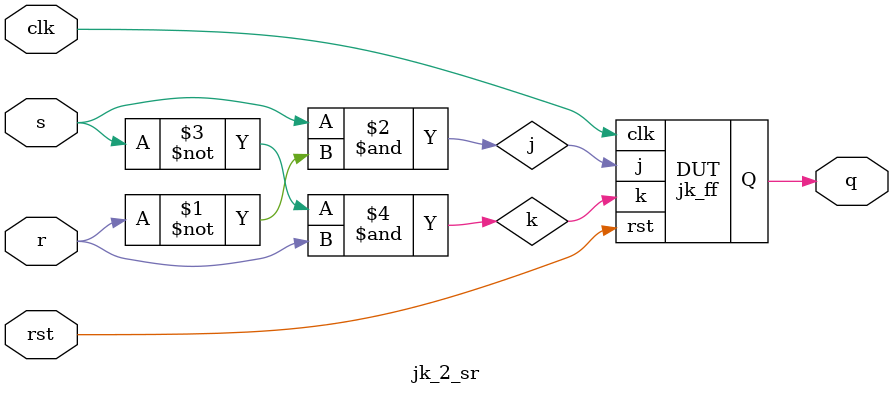
<source format=v>
module jk_ff (
    input clk,
    input rst,
    input j,
    input k,
    output reg Q);
    always @(posedge clk or posedge rst) begin
    if (rst)
        Q<=1'b0;
    else begin
      case ({j,k})
            2'b00:Q<=Q;
            2'b01:Q<=1'b0;    
            2'b10:Q<=1'b1;    
            2'b11:Q<=~Q;      
        endcase
    end
end
endmodule
module jk_2_sr(input clk,rst,s,r,
               output q );
  //to avoid toggle
  assign j=s&~r;
  assign k=~s&r;
  jk_ff DUT(.clk(clk),.rst(rst),.j(j),.k(k),.Q(q));
endmodule
    

</source>
